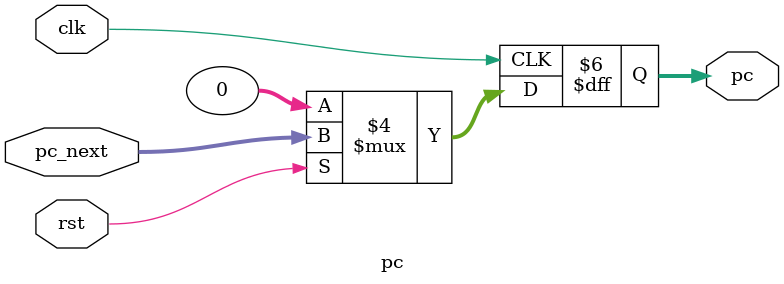
<source format=v>
module pc (
    input [31:0] pc_next,
    input clk,rst,
    output reg [31:0] pc
);
    // reg [31:0] pc;
    // assign pc_next = 32'b0;
always @(posedge clk ) begin
    if (!rst) pc <= 32'b0;
    else 
    pc <= pc_next;    
end
endmodule  
</source>
